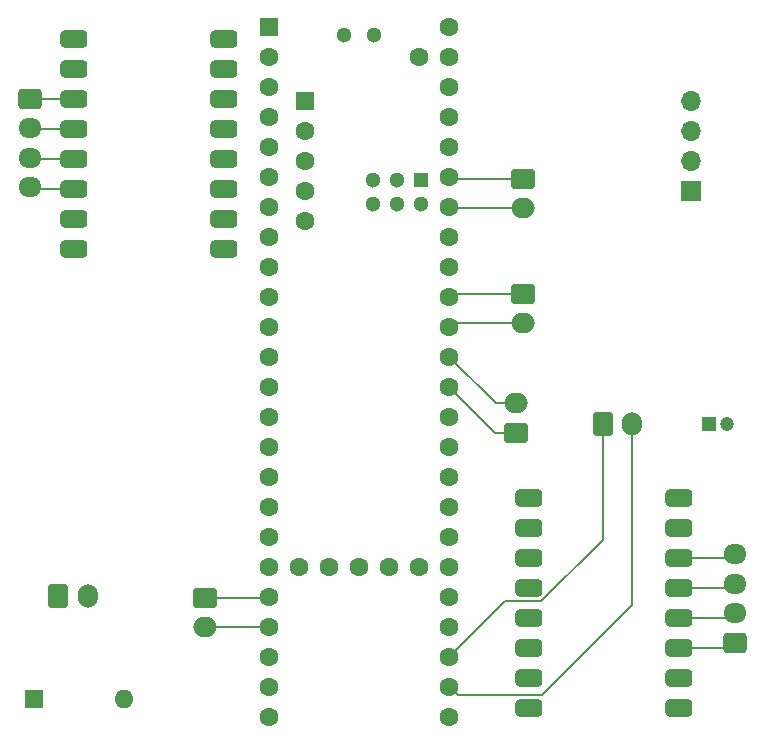
<source format=gbr>
%TF.GenerationSoftware,KiCad,Pcbnew,9.0.1*%
%TF.CreationDate,2025-05-12T19:20:38-04:00*%
%TF.ProjectId,science-board-new,73636965-6e63-4652-9d62-6f6172642d6e,rev?*%
%TF.SameCoordinates,Original*%
%TF.FileFunction,Copper,L1,Top*%
%TF.FilePolarity,Positive*%
%FSLAX46Y46*%
G04 Gerber Fmt 4.6, Leading zero omitted, Abs format (unit mm)*
G04 Created by KiCad (PCBNEW 9.0.1) date 2025-05-12 19:20:38*
%MOMM*%
%LPD*%
G01*
G04 APERTURE LIST*
G04 Aperture macros list*
%AMRoundRect*
0 Rectangle with rounded corners*
0 $1 Rounding radius*
0 $2 $3 $4 $5 $6 $7 $8 $9 X,Y pos of 4 corners*
0 Add a 4 corners polygon primitive as box body*
4,1,4,$2,$3,$4,$5,$6,$7,$8,$9,$2,$3,0*
0 Add four circle primitives for the rounded corners*
1,1,$1+$1,$2,$3*
1,1,$1+$1,$4,$5*
1,1,$1+$1,$6,$7*
1,1,$1+$1,$8,$9*
0 Add four rect primitives between the rounded corners*
20,1,$1+$1,$2,$3,$4,$5,0*
20,1,$1+$1,$4,$5,$6,$7,0*
20,1,$1+$1,$6,$7,$8,$9,0*
20,1,$1+$1,$8,$9,$2,$3,0*%
G04 Aperture macros list end*
%TA.AperFunction,ComponentPad*%
%ADD10O,1.600000X1.600000*%
%TD*%
%TA.AperFunction,ComponentPad*%
%ADD11R,1.600000X1.600000*%
%TD*%
%TA.AperFunction,ComponentPad*%
%ADD12O,1.700000X2.000000*%
%TD*%
%TA.AperFunction,ComponentPad*%
%ADD13RoundRect,0.250000X-0.600000X-0.750000X0.600000X-0.750000X0.600000X0.750000X-0.600000X0.750000X0*%
%TD*%
%TA.AperFunction,ComponentPad*%
%ADD14R,1.700000X1.700000*%
%TD*%
%TA.AperFunction,ComponentPad*%
%ADD15O,1.700000X1.700000*%
%TD*%
%TA.AperFunction,ComponentPad*%
%ADD16RoundRect,0.250000X0.725000X-0.600000X0.725000X0.600000X-0.725000X0.600000X-0.725000X-0.600000X0*%
%TD*%
%TA.AperFunction,ComponentPad*%
%ADD17O,1.950000X1.700000*%
%TD*%
%TA.AperFunction,ComponentPad*%
%ADD18RoundRect,0.381000X0.762000X0.381000X-0.762000X0.381000X-0.762000X-0.381000X0.762000X-0.381000X0*%
%TD*%
%TA.AperFunction,ComponentPad*%
%ADD19RoundRect,0.381000X-0.762000X-0.381000X0.762000X-0.381000X0.762000X0.381000X-0.762000X0.381000X0*%
%TD*%
%TA.AperFunction,ComponentPad*%
%ADD20RoundRect,0.250000X-0.750000X0.600000X-0.750000X-0.600000X0.750000X-0.600000X0.750000X0.600000X0*%
%TD*%
%TA.AperFunction,ComponentPad*%
%ADD21O,2.000000X1.700000*%
%TD*%
%TA.AperFunction,ComponentPad*%
%ADD22C,1.600000*%
%TD*%
%TA.AperFunction,ComponentPad*%
%ADD23R,1.300000X1.300000*%
%TD*%
%TA.AperFunction,ComponentPad*%
%ADD24C,1.300000*%
%TD*%
%TA.AperFunction,ComponentPad*%
%ADD25R,1.200000X1.200000*%
%TD*%
%TA.AperFunction,ComponentPad*%
%ADD26C,1.200000*%
%TD*%
%TA.AperFunction,ComponentPad*%
%ADD27RoundRect,0.250000X-0.725000X0.600000X-0.725000X-0.600000X0.725000X-0.600000X0.725000X0.600000X0*%
%TD*%
%TA.AperFunction,ComponentPad*%
%ADD28RoundRect,0.250000X0.750000X-0.600000X0.750000X0.600000X-0.750000X0.600000X-0.750000X-0.600000X0*%
%TD*%
%TA.AperFunction,Conductor*%
%ADD29C,0.200000*%
%TD*%
G04 APERTURE END LIST*
D10*
%TO.P,Switch1,2*%
%TO.N,Net-(24To5V1-Vin)*%
X78102500Y-128700000D03*
D11*
%TO.P,Switch1,1*%
%TO.N,Net-(24V1-Pin_1)*%
X70482500Y-128700000D03*
%TD*%
D12*
%TO.P,24V1,2,Pin_2*%
%TO.N,/GND_Teensy*%
X75000000Y-120000000D03*
D13*
%TO.P,24V1,1,Pin_1*%
%TO.N,Net-(24V1-Pin_1)*%
X72500000Y-120000000D03*
%TD*%
%TO.P,Serial3,1,Pin_1*%
%TO.N,/TX_Serial_3*%
X118580000Y-105390000D03*
D12*
%TO.P,Serial3,2,Pin_2*%
%TO.N,/RX_Serial_3*%
X121080000Y-105390000D03*
%TD*%
D14*
%TO.P,24To5V1,1,SHDN*%
%TO.N,unconnected-(24To5V1-SHDN-Pad1)*%
X126080000Y-85690000D03*
D15*
%TO.P,24To5V1,2,Vin*%
%TO.N,Net-(24To5V1-Vin)*%
X126080000Y-83150000D03*
%TO.P,24To5V1,3,GND*%
%TO.N,/GND_Teensy*%
X126080000Y-80610000D03*
%TO.P,24To5V1,4,Vout*%
%TO.N,Net-(24To5V1-Vout)*%
X126080000Y-78070000D03*
%TD*%
D16*
%TO.P,Stepper2,1,Pin_1*%
%TO.N,Net-(Stepper2-Pin_1)*%
X129800000Y-123940000D03*
D17*
%TO.P,Stepper2,2,Pin_2*%
%TO.N,Net-(Stepper2-Pin_2)*%
X129800000Y-121440000D03*
%TO.P,Stepper2,3,Pin_3*%
%TO.N,Net-(Stepper2-Pin_3)*%
X129800000Y-118940000D03*
%TO.P,Stepper2,4,Pin_4*%
%TO.N,Net-(Stepper2-Pin_4)*%
X129800000Y-116440000D03*
%TD*%
D18*
%TO.P,StepperController1,1,EN*%
%TO.N,/OUT_2*%
X86500000Y-90640000D03*
%TO.P,StepperController1,2,MS1*%
%TO.N,unconnected-(StepperController1-MS1-Pad2)*%
X86500000Y-88100000D03*
%TO.P,StepperController1,3,MS2*%
%TO.N,unconnected-(StepperController1-MS2-Pad3)*%
X86500000Y-85560000D03*
%TO.P,StepperController1,4,RX*%
%TO.N,/TX_Stepper_Motor_1*%
X86500000Y-83020000D03*
%TO.P,StepperController1,5,TX*%
%TO.N,/RX_Stepper_Motor_1*%
X86500000Y-80480000D03*
%TO.P,StepperController1,6,CLK*%
%TO.N,unconnected-(StepperController1-CLK-Pad6)*%
X86500000Y-77940000D03*
%TO.P,StepperController1,7,STEP*%
%TO.N,/STEP_Stepper_Motor_1*%
X86500000Y-75400000D03*
%TO.P,StepperController1,8,DIR*%
%TO.N,/DIR_Stepper_Motor_1*%
X86500000Y-72860000D03*
%TO.P,StepperController1,9,VS*%
%TO.N,Net-(24To5V1-Vin)*%
X73800000Y-90640000D03*
%TO.P,StepperController1,10,GND*%
%TO.N,/GND_Teensy*%
X73800000Y-88100000D03*
%TO.P,StepperController1,11,A2*%
%TO.N,Net-(Stepper1-Pin_4)*%
X73800000Y-85560000D03*
%TO.P,StepperController1,12,A1*%
%TO.N,Net-(Stepper1-Pin_3)*%
X73800000Y-83020000D03*
%TO.P,StepperController1,13,B1*%
%TO.N,Net-(Stepper1-Pin_2)*%
X73800000Y-80480000D03*
%TO.P,StepperController1,14,B2*%
%TO.N,Net-(Stepper1-Pin_1)*%
X73800000Y-77940000D03*
%TO.P,StepperController1,15,VIO*%
%TO.N,/3v3_Stepper_Motor_1*%
X73800000Y-75400000D03*
%TO.P,StepperController1,16,GND*%
%TO.N,/GND_Teensy*%
X73800000Y-72860000D03*
%TD*%
D19*
%TO.P,StepperController2,1,EN*%
%TO.N,/OUT_1*%
X112380000Y-111690000D03*
%TO.P,StepperController2,2,MS1*%
%TO.N,unconnected-(StepperController2-MS1-Pad2)*%
X112380000Y-114230000D03*
%TO.P,StepperController2,3,MS2*%
%TO.N,unconnected-(StepperController2-MS2-Pad3)*%
X112380000Y-116770000D03*
%TO.P,StepperController2,4,RX*%
%TO.N,/TX_Stepper_Motor_2*%
X112380000Y-119310000D03*
%TO.P,StepperController2,5,TX*%
%TO.N,/RX_Stepper_Motor_2*%
X112380000Y-121850000D03*
%TO.P,StepperController2,6,CLK*%
%TO.N,unconnected-(StepperController2-CLK-Pad6)*%
X112380000Y-124390000D03*
%TO.P,StepperController2,7,STEP*%
%TO.N,/STEP_Stepper_Motor_2*%
X112380000Y-126930000D03*
%TO.P,StepperController2,8,DIR*%
%TO.N,/DIR_Stepper_Motor_2*%
X112380000Y-129470000D03*
%TO.P,StepperController2,9,VS*%
%TO.N,Net-(24To5V1-Vin)*%
X125080000Y-111690000D03*
%TO.P,StepperController2,10,GND*%
%TO.N,/GND_Teensy*%
X125080000Y-114230000D03*
%TO.P,StepperController2,11,A2*%
%TO.N,Net-(Stepper2-Pin_4)*%
X125080000Y-116770000D03*
%TO.P,StepperController2,12,A1*%
%TO.N,Net-(Stepper2-Pin_3)*%
X125080000Y-119310000D03*
%TO.P,StepperController2,13,B1*%
%TO.N,Net-(Stepper2-Pin_2)*%
X125080000Y-121850000D03*
%TO.P,StepperController2,14,B2*%
%TO.N,Net-(Stepper2-Pin_1)*%
X125080000Y-124390000D03*
%TO.P,StepperController2,15,VIO*%
%TO.N,/3v3_Stepper_Motor_2*%
X125080000Y-126930000D03*
%TO.P,StepperController2,16,GND*%
%TO.N,/GND_Teensy*%
X125080000Y-129470000D03*
%TD*%
D20*
%TO.P,BrushedMotorControllerSerial1,1,Pin_1*%
%TO.N,/RX_drill*%
X84880000Y-120140000D03*
D21*
%TO.P,BrushedMotorControllerSerial1,2,Pin_2*%
%TO.N,/TX_drill*%
X84880000Y-122640000D03*
%TD*%
D11*
%TO.P,U1,1,GND*%
%TO.N,/GND_Teensy*%
X90370000Y-71790000D03*
D22*
%TO.P,U1,2,0_RX1_CRX2_CS1*%
%TO.N,/RX_Stepper_Motor_1*%
X90370000Y-74330000D03*
%TO.P,U1,3,1_TX1_CTX2_MISO1*%
%TO.N,/TX_Stepper_Motor_1*%
X90370000Y-76870000D03*
%TO.P,U1,4,2_OUT2*%
%TO.N,/OUT_2*%
X90370000Y-79410000D03*
%TO.P,U1,5,3_LRCLK2*%
%TO.N,unconnected-(U1-3_LRCLK2-Pad5)*%
X90370000Y-81950000D03*
%TO.P,U1,6,4_BCLK2*%
%TO.N,unconnected-(U1-4_BCLK2-Pad6)*%
X90370000Y-84490000D03*
%TO.P,U1,7,5_IN2*%
%TO.N,unconnected-(U1-5_IN2-Pad7)*%
X90370000Y-87030000D03*
%TO.P,U1,8,6_OUT1D*%
%TO.N,unconnected-(U1-6_OUT1D-Pad8)*%
X90370000Y-89570000D03*
%TO.P,U1,9,7_RX2_OUT1A*%
%TO.N,/RX_Stepper_Motor_2*%
X90370000Y-92110000D03*
%TO.P,U1,10,8_TX2_IN1*%
%TO.N,/TX_Stepper_Motor_2*%
X90370000Y-94650000D03*
%TO.P,U1,11,9_OUT1C*%
%TO.N,/OUT_1*%
X90370000Y-97190000D03*
%TO.P,U1,12,10_CS_MQSR*%
%TO.N,/DIR_Stepper_Motor_2*%
X90370000Y-99730000D03*
%TO.P,U1,13,11_MOSI_CTX1*%
%TO.N,/STEP_Stepper_Motor_2*%
X90370000Y-102270000D03*
%TO.P,U1,14,12_MISO_MQSL*%
%TO.N,/STEP_Stepper_Motor_1*%
X90370000Y-104810000D03*
%TO.P,U1,15,3V3*%
%TO.N,/3v3_Stepper_Motor_2*%
X90370000Y-107350000D03*
%TO.P,U1,16,24_A10_TX6_SCL2*%
%TO.N,unconnected-(U1-24_A10_TX6_SCL2-Pad16)*%
X90370000Y-109890000D03*
%TO.P,U1,17,25_A11_RX6_SDA2*%
%TO.N,unconnected-(U1-25_A11_RX6_SDA2-Pad17)*%
X90370000Y-112430000D03*
%TO.P,U1,18,26_A12_MOSI1*%
%TO.N,unconnected-(U1-26_A12_MOSI1-Pad18)*%
X90370000Y-114970000D03*
%TO.P,U1,19,27_A13_SCK1*%
%TO.N,/DIR_Stepper_Motor_1*%
X90370000Y-117510000D03*
%TO.P,U1,20,28_RX7*%
%TO.N,/RX_drill*%
X90370000Y-120050000D03*
%TO.P,U1,21,29_TX7*%
%TO.N,/TX_drill*%
X90370000Y-122590000D03*
%TO.P,U1,22,30_CRX3*%
%TO.N,unconnected-(U1-30_CRX3-Pad22)*%
X90370000Y-125130000D03*
%TO.P,U1,23,31_CTX3*%
%TO.N,unconnected-(U1-31_CTX3-Pad23)*%
X90370000Y-127670000D03*
%TO.P,U1,24,32_OUT1B*%
%TO.N,unconnected-(U1-32_OUT1B-Pad24)*%
X90370000Y-130210000D03*
%TO.P,U1,25,33_MCLK2*%
%TO.N,unconnected-(U1-33_MCLK2-Pad25)*%
X105610000Y-130210000D03*
%TO.P,U1,26,34_RX8*%
%TO.N,/RX_Serial_3*%
X105610000Y-127670000D03*
%TO.P,U1,27,35_TX8*%
%TO.N,/TX_Serial_3*%
X105610000Y-125130000D03*
%TO.P,U1,28,36_CS*%
%TO.N,unconnected-(U1-36_CS-Pad28)*%
X105610000Y-122590000D03*
%TO.P,U1,29,37_CS*%
%TO.N,unconnected-(U1-37_CS-Pad29)*%
X105610000Y-120050000D03*
%TO.P,U1,30,38_CS1_IN1*%
%TO.N,unconnected-(U1-38_CS1_IN1-Pad30)*%
X105610000Y-117510000D03*
%TO.P,U1,31,39_MISO1_OUT1A*%
%TO.N,unconnected-(U1-39_MISO1_OUT1A-Pad31)*%
X105610000Y-114970000D03*
%TO.P,U1,32,40_A16*%
%TO.N,unconnected-(U1-40_A16-Pad32)*%
X105610000Y-112430000D03*
%TO.P,U1,33,41_A17*%
%TO.N,unconnected-(U1-41_A17-Pad33)*%
X105610000Y-109890000D03*
%TO.P,U1,34,GND*%
%TO.N,/GND_Teensy*%
X105610000Y-107350000D03*
%TO.P,U1,35,13_SCK_LED*%
%TO.N,unconnected-(U1-13_SCK_LED-Pad35)*%
X105610000Y-104810000D03*
%TO.P,U1,36,14_A0_TX3_SPDIF_OUT*%
%TO.N,/TX_Serial_2*%
X105610000Y-102270000D03*
%TO.P,U1,37,15_A1_RX3_SPDIF_IN*%
%TO.N,/RX_Serial_2*%
X105610000Y-99730000D03*
%TO.P,U1,38,16_A2_RX4_SCL1*%
%TO.N,/RX_Serial_1*%
X105610000Y-97190000D03*
%TO.P,U1,39,17_A3_TX4_SDA1*%
%TO.N,/TX_Serial_1*%
X105610000Y-94650000D03*
%TO.P,U1,40,18_A4_SDA*%
%TO.N,unconnected-(U1-18_A4_SDA-Pad40)*%
X105610000Y-92110000D03*
%TO.P,U1,41,19_A5_SCL*%
%TO.N,unconnected-(U1-19_A5_SCL-Pad41)*%
X105610000Y-89570000D03*
%TO.P,U1,42,20_A6_TX5_LRCLK1*%
%TO.N,/TX_5_H_Bridge*%
X105610000Y-87030000D03*
%TO.P,U1,43,21_A7_RX5_BCLK1*%
%TO.N,/RX_5_H_Bridge*%
X105610000Y-84490000D03*
%TO.P,U1,44,22_A8_CTX1*%
%TO.N,unconnected-(U1-22_A8_CTX1-Pad44)*%
X105610000Y-81950000D03*
%TO.P,U1,45,23_A9_CRX1_MCLK1*%
%TO.N,unconnected-(U1-23_A9_CRX1_MCLK1-Pad45)*%
X105610000Y-79410000D03*
%TO.P,U1,46,3V3*%
%TO.N,/3v3_Stepper_Motor_1*%
X105610000Y-76870000D03*
%TO.P,U1,47,GND*%
%TO.N,/GND_Teensy*%
X105610000Y-74330000D03*
%TO.P,U1,48,VIN*%
%TO.N,Net-(24To5V1-Vout)*%
X105610000Y-71790000D03*
%TO.P,U1,49,VUSB*%
%TO.N,unconnected-(U1-VUSB-Pad49)*%
X103070000Y-74330000D03*
%TO.P,U1,50,VBAT*%
%TO.N,unconnected-(U1-VBAT-Pad50)*%
X92910000Y-117510000D03*
%TO.P,U1,51,3V3*%
%TO.N,unconnected-(U1-3V3-Pad51)*%
X95450000Y-117510000D03*
%TO.P,U1,52,GND*%
%TO.N,unconnected-(U1-GND-Pad52)*%
X97990000Y-117510000D03*
%TO.P,U1,53,PROGRAM*%
%TO.N,unconnected-(U1-PROGRAM-Pad53)*%
X100530000Y-117510000D03*
%TO.P,U1,54,ON_OFF*%
%TO.N,unconnected-(U1-ON_OFF-Pad54)*%
X103070000Y-117510000D03*
D11*
%TO.P,U1,55,5V*%
%TO.N,unconnected-(U1-5V-Pad55)*%
X93420800Y-78089200D03*
D22*
%TO.P,U1,56,D-*%
%TO.N,unconnected-(U1-D--Pad56)*%
X93420800Y-80629200D03*
%TO.P,U1,57,D+*%
%TO.N,unconnected-(U1-D+-Pad57)*%
X93420800Y-83169200D03*
%TO.P,U1,58,GND*%
%TO.N,unconnected-(U1-GND-Pad58)*%
X93420800Y-85709200D03*
%TO.P,U1,59,GND*%
%TO.N,unconnected-(U1-GND-Pad59)*%
X93420800Y-88249200D03*
D23*
%TO.P,U1,60,R+*%
%TO.N,unconnected-(U1-R+-Pad60)*%
X103171600Y-84760000D03*
D24*
%TO.P,U1,61,LED*%
%TO.N,unconnected-(U1-LED-Pad61)*%
X101171600Y-84760000D03*
%TO.P,U1,62,T-*%
%TO.N,unconnected-(U1-T--Pad62)*%
X99171600Y-84760000D03*
%TO.P,U1,63,T+*%
%TO.N,unconnected-(U1-T+-Pad63)*%
X99171600Y-86760000D03*
%TO.P,U1,64,GND*%
%TO.N,unconnected-(U1-GND-Pad64)*%
X101171600Y-86760000D03*
%TO.P,U1,65,R-*%
%TO.N,unconnected-(U1-R--Pad65)*%
X103171600Y-86760000D03*
%TO.P,U1,66,D-*%
%TO.N,unconnected-(U1-D--Pad66)*%
X99260000Y-72520000D03*
%TO.P,U1,67,D+*%
%TO.N,unconnected-(U1-D+-Pad67)*%
X96720000Y-72520000D03*
%TD*%
D25*
%TO.P,C1,1*%
%TO.N,Net-(24To5V1-Vin)*%
X127580000Y-105390000D03*
D26*
%TO.P,C1,2*%
%TO.N,/GND_Teensy*%
X129080000Y-105390000D03*
%TD*%
D20*
%TO.P,Serial1,1,Pin_1*%
%TO.N,/TX_Serial_1*%
X111880000Y-94390000D03*
D21*
%TO.P,Serial1,2,Pin_2*%
%TO.N,/RX_Serial_1*%
X111880000Y-96890000D03*
%TD*%
D27*
%TO.P,Stepper1,1,Pin_1*%
%TO.N,Net-(Stepper1-Pin_1)*%
X70080000Y-77890000D03*
D17*
%TO.P,Stepper1,2,Pin_2*%
%TO.N,Net-(Stepper1-Pin_2)*%
X70080000Y-80390000D03*
%TO.P,Stepper1,3,Pin_3*%
%TO.N,Net-(Stepper1-Pin_3)*%
X70080000Y-82890000D03*
%TO.P,Stepper1,4,Pin_4*%
%TO.N,Net-(Stepper1-Pin_4)*%
X70080000Y-85390000D03*
%TD*%
D28*
%TO.P,Serial2,1,Pin_1*%
%TO.N,/TX_Serial_2*%
X111280000Y-106140000D03*
D21*
%TO.P,Serial2,2,Pin_2*%
%TO.N,/RX_Serial_2*%
X111280000Y-103640000D03*
%TD*%
D20*
%TO.P,H_Bridge_Serial1,1,Pin_1*%
%TO.N,/RX_5_H_Bridge*%
X111880000Y-84640000D03*
D21*
%TO.P,H_Bridge_Serial1,2,Pin_2*%
%TO.N,/TX_5_H_Bridge*%
X111880000Y-87140000D03*
%TD*%
D29*
%TO.N,Net-(Stepper1-Pin_1)*%
X73800000Y-77940000D02*
X70130000Y-77940000D01*
X70130000Y-77940000D02*
X70080000Y-77890000D01*
%TO.N,Net-(Stepper1-Pin_3)*%
X70210000Y-83020000D02*
X70080000Y-82890000D01*
X73800000Y-83020000D02*
X70210000Y-83020000D01*
%TO.N,Net-(Stepper1-Pin_2)*%
X70170000Y-80480000D02*
X70080000Y-80390000D01*
X73800000Y-80480000D02*
X70170000Y-80480000D01*
%TO.N,Net-(Stepper1-Pin_4)*%
X70250000Y-85560000D02*
X70080000Y-85390000D01*
X73800000Y-85560000D02*
X70250000Y-85560000D01*
%TO.N,Net-(Stepper2-Pin_2)*%
X129390000Y-121850000D02*
X129800000Y-121440000D01*
X125080000Y-121850000D02*
X129390000Y-121850000D01*
%TO.N,Net-(Stepper2-Pin_4)*%
X125080000Y-116770000D02*
X129470000Y-116770000D01*
X129470000Y-116770000D02*
X129800000Y-116440000D01*
%TO.N,Net-(Stepper2-Pin_3)*%
X125080000Y-119310000D02*
X129430000Y-119310000D01*
X129430000Y-119310000D02*
X129800000Y-118940000D01*
%TO.N,Net-(Stepper2-Pin_1)*%
X125080000Y-124390000D02*
X129350000Y-124390000D01*
X129350000Y-124390000D02*
X129800000Y-123940000D01*
%TO.N,/RX_5_H_Bridge*%
X111880000Y-84640000D02*
X105760000Y-84640000D01*
%TO.N,/TX_5_H_Bridge*%
X105720000Y-87140000D02*
X105610000Y-87030000D01*
X111880000Y-87140000D02*
X105720000Y-87140000D01*
%TO.N,/RX_drill*%
X90280000Y-120140000D02*
X90370000Y-120050000D01*
X84880000Y-120140000D02*
X87830000Y-120140000D01*
X87830000Y-120140000D02*
X90280000Y-120140000D01*
%TO.N,/TX_drill*%
X90320000Y-122640000D02*
X90370000Y-122590000D01*
X87830000Y-122640000D02*
X90320000Y-122640000D01*
X84880000Y-122640000D02*
X87830000Y-122640000D01*
%TO.N,/RX_Serial_1*%
X105910000Y-96890000D02*
X105610000Y-97190000D01*
X111880000Y-96890000D02*
X105910000Y-96890000D01*
%TO.N,/TX_Serial_1*%
X105870000Y-94390000D02*
X105610000Y-94650000D01*
X111880000Y-94390000D02*
X105870000Y-94390000D01*
%TO.N,/RX_Serial_2*%
X109520000Y-103640000D02*
X105610000Y-99730000D01*
X111280000Y-103640000D02*
X109520000Y-103640000D01*
%TO.N,/TX_Serial_2*%
X111280000Y-106140000D02*
X109480000Y-106140000D01*
X109480000Y-106140000D02*
X105610000Y-102270000D01*
%TO.N,/RX_Serial_3*%
X106330000Y-128390000D02*
X105610000Y-127670000D01*
X121080000Y-105390000D02*
X121080000Y-120752080D01*
X113442080Y-128390000D02*
X106330000Y-128390000D01*
X121080000Y-120752080D02*
X113442080Y-128390000D01*
%TO.N,/TX_Serial_3*%
X118580000Y-115216080D02*
X113406080Y-120390000D01*
X118580000Y-105390000D02*
X118580000Y-115216080D01*
X113406080Y-120390000D02*
X110350000Y-120390000D01*
X110350000Y-120390000D02*
X105610000Y-125130000D01*
%TD*%
M02*

</source>
